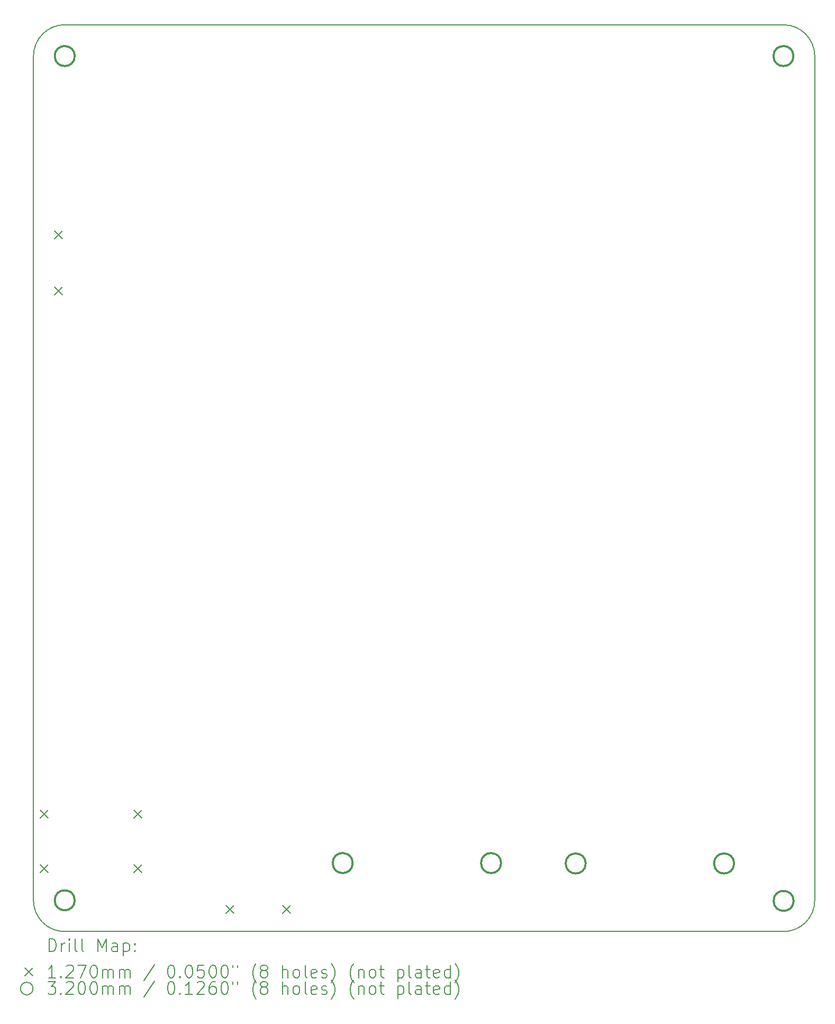
<source format=gbr>
%FSLAX45Y45*%
G04 Gerber Fmt 4.5, Leading zero omitted, Abs format (unit mm)*
G04 Created by KiCad (PCBNEW (6.0.1)) date 2022-02-17 13:59:49*
%MOMM*%
%LPD*%
G01*
G04 APERTURE LIST*
%TA.AperFunction,Profile*%
%ADD10C,0.150000*%
%TD*%
%ADD11C,0.200000*%
%ADD12C,0.127000*%
%ADD13C,0.320000*%
G04 APERTURE END LIST*
D10*
X11999500Y14508500D02*
X499500Y14508500D01*
X12499500Y508500D02*
X12499500Y14008500D01*
X12499500Y14008500D02*
G75*
G03*
X11999500Y14508500I-500000J0D01*
G01*
X-500Y508500D02*
G75*
G03*
X499500Y8500I499503J-497D01*
G01*
X499500Y14508500D02*
G75*
G03*
X-500Y14008500I-2J-499998D01*
G01*
X11999500Y8500D02*
X499500Y8500D01*
X-500Y508500D02*
X-500Y14008500D01*
X11999500Y8500D02*
G75*
G03*
X12499500Y508500I0J500000D01*
G01*
D11*
D12*
X109000Y1075000D02*
X236000Y948000D01*
X236000Y1075000D02*
X109000Y948000D01*
X109500Y1955000D02*
X236500Y1828000D01*
X236500Y1955000D02*
X109500Y1828000D01*
X335500Y11217000D02*
X462500Y11090000D01*
X462500Y11217000D02*
X335500Y11090000D01*
X335500Y10317000D02*
X462500Y10190000D01*
X462500Y10317000D02*
X335500Y10190000D01*
X1609000Y1075000D02*
X1736000Y948000D01*
X1736000Y1075000D02*
X1609000Y948000D01*
X1609500Y1955000D02*
X1736500Y1828000D01*
X1736500Y1955000D02*
X1609500Y1828000D01*
X3081500Y427000D02*
X3208500Y300000D01*
X3208500Y427000D02*
X3081500Y300000D01*
X3981500Y427000D02*
X4108500Y300000D01*
X4108500Y427000D02*
X3981500Y300000D01*
D13*
X659500Y14008500D02*
G75*
G03*
X659500Y14008500I-160000J0D01*
G01*
X659500Y508500D02*
G75*
G03*
X659500Y508500I-160000J0D01*
G01*
X5107000Y1104000D02*
G75*
G03*
X5107000Y1104000I-160000J0D01*
G01*
X7481000Y1104000D02*
G75*
G03*
X7481000Y1104000I-160000J0D01*
G01*
X8835000Y1097500D02*
G75*
G03*
X8835000Y1097500I-160000J0D01*
G01*
X11209000Y1097500D02*
G75*
G03*
X11209000Y1097500I-160000J0D01*
G01*
X12159500Y14008500D02*
G75*
G03*
X12159500Y14008500I-160000J0D01*
G01*
X12161500Y499000D02*
G75*
G03*
X12161500Y499000I-160000J0D01*
G01*
D11*
X249619Y-309476D02*
X249619Y-109476D01*
X297238Y-109476D01*
X325810Y-119000D01*
X344857Y-138048D01*
X354381Y-157095D01*
X363905Y-195191D01*
X363905Y-223762D01*
X354381Y-261857D01*
X344857Y-280905D01*
X325810Y-299953D01*
X297238Y-309476D01*
X249619Y-309476D01*
X449619Y-309476D02*
X449619Y-176143D01*
X449619Y-214238D02*
X459143Y-195191D01*
X468667Y-185667D01*
X487714Y-176143D01*
X506762Y-176143D01*
X573429Y-309476D02*
X573429Y-176143D01*
X573429Y-109476D02*
X563905Y-119000D01*
X573429Y-128524D01*
X582952Y-119000D01*
X573429Y-109476D01*
X573429Y-128524D01*
X697238Y-309476D02*
X678190Y-299953D01*
X668667Y-280905D01*
X668667Y-109476D01*
X802000Y-309476D02*
X782952Y-299953D01*
X773428Y-280905D01*
X773428Y-109476D01*
X1030571Y-309476D02*
X1030571Y-109476D01*
X1097238Y-252333D01*
X1163905Y-109476D01*
X1163905Y-309476D01*
X1344857Y-309476D02*
X1344857Y-204714D01*
X1335333Y-185667D01*
X1316286Y-176143D01*
X1278190Y-176143D01*
X1259143Y-185667D01*
X1344857Y-299953D02*
X1325810Y-309476D01*
X1278190Y-309476D01*
X1259143Y-299953D01*
X1249619Y-280905D01*
X1249619Y-261857D01*
X1259143Y-242810D01*
X1278190Y-233286D01*
X1325810Y-233286D01*
X1344857Y-223762D01*
X1440095Y-176143D02*
X1440095Y-376143D01*
X1440095Y-185667D02*
X1459143Y-176143D01*
X1497238Y-176143D01*
X1516286Y-185667D01*
X1525809Y-195191D01*
X1535333Y-214238D01*
X1535333Y-271381D01*
X1525809Y-290429D01*
X1516286Y-299953D01*
X1497238Y-309476D01*
X1459143Y-309476D01*
X1440095Y-299953D01*
X1621048Y-290429D02*
X1630571Y-299953D01*
X1621048Y-309476D01*
X1611524Y-299953D01*
X1621048Y-290429D01*
X1621048Y-309476D01*
X1621048Y-185667D02*
X1630571Y-195191D01*
X1621048Y-204714D01*
X1611524Y-195191D01*
X1621048Y-185667D01*
X1621048Y-204714D01*
D12*
X-135000Y-575500D02*
X-8000Y-702500D01*
X-8000Y-575500D02*
X-135000Y-702500D01*
D11*
X354381Y-729476D02*
X240095Y-729476D01*
X297238Y-729476D02*
X297238Y-529476D01*
X278190Y-558048D01*
X259143Y-577095D01*
X240095Y-586619D01*
X440095Y-710429D02*
X449619Y-719952D01*
X440095Y-729476D01*
X430571Y-719952D01*
X440095Y-710429D01*
X440095Y-729476D01*
X525810Y-548524D02*
X535333Y-539000D01*
X554381Y-529476D01*
X602000Y-529476D01*
X621048Y-539000D01*
X630571Y-548524D01*
X640095Y-567572D01*
X640095Y-586619D01*
X630571Y-615191D01*
X516286Y-729476D01*
X640095Y-729476D01*
X706762Y-529476D02*
X840095Y-529476D01*
X754381Y-729476D01*
X954381Y-529476D02*
X973428Y-529476D01*
X992476Y-539000D01*
X1002000Y-548524D01*
X1011524Y-567572D01*
X1021048Y-605667D01*
X1021048Y-653286D01*
X1011524Y-691381D01*
X1002000Y-710429D01*
X992476Y-719952D01*
X973428Y-729476D01*
X954381Y-729476D01*
X935333Y-719952D01*
X925809Y-710429D01*
X916286Y-691381D01*
X906762Y-653286D01*
X906762Y-605667D01*
X916286Y-567572D01*
X925809Y-548524D01*
X935333Y-539000D01*
X954381Y-529476D01*
X1106762Y-729476D02*
X1106762Y-596143D01*
X1106762Y-615191D02*
X1116286Y-605667D01*
X1135333Y-596143D01*
X1163905Y-596143D01*
X1182952Y-605667D01*
X1192476Y-624714D01*
X1192476Y-729476D01*
X1192476Y-624714D02*
X1202000Y-605667D01*
X1221048Y-596143D01*
X1249619Y-596143D01*
X1268667Y-605667D01*
X1278190Y-624714D01*
X1278190Y-729476D01*
X1373429Y-729476D02*
X1373429Y-596143D01*
X1373429Y-615191D02*
X1382952Y-605667D01*
X1402000Y-596143D01*
X1430571Y-596143D01*
X1449619Y-605667D01*
X1459143Y-624714D01*
X1459143Y-729476D01*
X1459143Y-624714D02*
X1468667Y-605667D01*
X1487714Y-596143D01*
X1516286Y-596143D01*
X1535333Y-605667D01*
X1544857Y-624714D01*
X1544857Y-729476D01*
X1935333Y-519952D02*
X1763905Y-777095D01*
X2192476Y-529476D02*
X2211524Y-529476D01*
X2230571Y-539000D01*
X2240095Y-548524D01*
X2249619Y-567572D01*
X2259143Y-605667D01*
X2259143Y-653286D01*
X2249619Y-691381D01*
X2240095Y-710429D01*
X2230571Y-719952D01*
X2211524Y-729476D01*
X2192476Y-729476D01*
X2173429Y-719952D01*
X2163905Y-710429D01*
X2154381Y-691381D01*
X2144857Y-653286D01*
X2144857Y-605667D01*
X2154381Y-567572D01*
X2163905Y-548524D01*
X2173429Y-539000D01*
X2192476Y-529476D01*
X2344857Y-710429D02*
X2354381Y-719952D01*
X2344857Y-729476D01*
X2335333Y-719952D01*
X2344857Y-710429D01*
X2344857Y-729476D01*
X2478190Y-529476D02*
X2497238Y-529476D01*
X2516286Y-539000D01*
X2525810Y-548524D01*
X2535333Y-567572D01*
X2544857Y-605667D01*
X2544857Y-653286D01*
X2535333Y-691381D01*
X2525810Y-710429D01*
X2516286Y-719952D01*
X2497238Y-729476D01*
X2478190Y-729476D01*
X2459143Y-719952D01*
X2449619Y-710429D01*
X2440095Y-691381D01*
X2430571Y-653286D01*
X2430571Y-605667D01*
X2440095Y-567572D01*
X2449619Y-548524D01*
X2459143Y-539000D01*
X2478190Y-529476D01*
X2725810Y-529476D02*
X2630571Y-529476D01*
X2621048Y-624714D01*
X2630571Y-615191D01*
X2649619Y-605667D01*
X2697238Y-605667D01*
X2716286Y-615191D01*
X2725810Y-624714D01*
X2735333Y-643762D01*
X2735333Y-691381D01*
X2725810Y-710429D01*
X2716286Y-719952D01*
X2697238Y-729476D01*
X2649619Y-729476D01*
X2630571Y-719952D01*
X2621048Y-710429D01*
X2859143Y-529476D02*
X2878190Y-529476D01*
X2897238Y-539000D01*
X2906762Y-548524D01*
X2916286Y-567572D01*
X2925809Y-605667D01*
X2925809Y-653286D01*
X2916286Y-691381D01*
X2906762Y-710429D01*
X2897238Y-719952D01*
X2878190Y-729476D01*
X2859143Y-729476D01*
X2840095Y-719952D01*
X2830571Y-710429D01*
X2821048Y-691381D01*
X2811524Y-653286D01*
X2811524Y-605667D01*
X2821048Y-567572D01*
X2830571Y-548524D01*
X2840095Y-539000D01*
X2859143Y-529476D01*
X3049619Y-529476D02*
X3068667Y-529476D01*
X3087714Y-539000D01*
X3097238Y-548524D01*
X3106762Y-567572D01*
X3116286Y-605667D01*
X3116286Y-653286D01*
X3106762Y-691381D01*
X3097238Y-710429D01*
X3087714Y-719952D01*
X3068667Y-729476D01*
X3049619Y-729476D01*
X3030571Y-719952D01*
X3021048Y-710429D01*
X3011524Y-691381D01*
X3002000Y-653286D01*
X3002000Y-605667D01*
X3011524Y-567572D01*
X3021048Y-548524D01*
X3030571Y-539000D01*
X3049619Y-529476D01*
X3192476Y-529476D02*
X3192476Y-567572D01*
X3268667Y-529476D02*
X3268667Y-567572D01*
X3563905Y-805667D02*
X3554381Y-796143D01*
X3535333Y-767572D01*
X3525809Y-748524D01*
X3516286Y-719952D01*
X3506762Y-672334D01*
X3506762Y-634238D01*
X3516286Y-586619D01*
X3525809Y-558048D01*
X3535333Y-539000D01*
X3554381Y-510429D01*
X3563905Y-500905D01*
X3668667Y-615191D02*
X3649619Y-605667D01*
X3640095Y-596143D01*
X3630571Y-577095D01*
X3630571Y-567572D01*
X3640095Y-548524D01*
X3649619Y-539000D01*
X3668667Y-529476D01*
X3706762Y-529476D01*
X3725809Y-539000D01*
X3735333Y-548524D01*
X3744857Y-567572D01*
X3744857Y-577095D01*
X3735333Y-596143D01*
X3725809Y-605667D01*
X3706762Y-615191D01*
X3668667Y-615191D01*
X3649619Y-624714D01*
X3640095Y-634238D01*
X3630571Y-653286D01*
X3630571Y-691381D01*
X3640095Y-710429D01*
X3649619Y-719952D01*
X3668667Y-729476D01*
X3706762Y-729476D01*
X3725809Y-719952D01*
X3735333Y-710429D01*
X3744857Y-691381D01*
X3744857Y-653286D01*
X3735333Y-634238D01*
X3725809Y-624714D01*
X3706762Y-615191D01*
X3982952Y-729476D02*
X3982952Y-529476D01*
X4068667Y-729476D02*
X4068667Y-624714D01*
X4059143Y-605667D01*
X4040095Y-596143D01*
X4011524Y-596143D01*
X3992476Y-605667D01*
X3982952Y-615191D01*
X4192476Y-729476D02*
X4173428Y-719952D01*
X4163905Y-710429D01*
X4154381Y-691381D01*
X4154381Y-634238D01*
X4163905Y-615191D01*
X4173428Y-605667D01*
X4192476Y-596143D01*
X4221048Y-596143D01*
X4240095Y-605667D01*
X4249619Y-615191D01*
X4259143Y-634238D01*
X4259143Y-691381D01*
X4249619Y-710429D01*
X4240095Y-719952D01*
X4221048Y-729476D01*
X4192476Y-729476D01*
X4373429Y-729476D02*
X4354381Y-719952D01*
X4344857Y-700905D01*
X4344857Y-529476D01*
X4525810Y-719952D02*
X4506762Y-729476D01*
X4468667Y-729476D01*
X4449619Y-719952D01*
X4440095Y-700905D01*
X4440095Y-624714D01*
X4449619Y-605667D01*
X4468667Y-596143D01*
X4506762Y-596143D01*
X4525810Y-605667D01*
X4535333Y-624714D01*
X4535333Y-643762D01*
X4440095Y-662810D01*
X4611524Y-719952D02*
X4630571Y-729476D01*
X4668667Y-729476D01*
X4687714Y-719952D01*
X4697238Y-700905D01*
X4697238Y-691381D01*
X4687714Y-672334D01*
X4668667Y-662810D01*
X4640095Y-662810D01*
X4621048Y-653286D01*
X4611524Y-634238D01*
X4611524Y-624714D01*
X4621048Y-605667D01*
X4640095Y-596143D01*
X4668667Y-596143D01*
X4687714Y-605667D01*
X4763905Y-805667D02*
X4773429Y-796143D01*
X4792476Y-767572D01*
X4802000Y-748524D01*
X4811524Y-719952D01*
X4821048Y-672334D01*
X4821048Y-634238D01*
X4811524Y-586619D01*
X4802000Y-558048D01*
X4792476Y-539000D01*
X4773429Y-510429D01*
X4763905Y-500905D01*
X5125810Y-805667D02*
X5116286Y-796143D01*
X5097238Y-767572D01*
X5087714Y-748524D01*
X5078190Y-719952D01*
X5068667Y-672334D01*
X5068667Y-634238D01*
X5078190Y-586619D01*
X5087714Y-558048D01*
X5097238Y-539000D01*
X5116286Y-510429D01*
X5125810Y-500905D01*
X5202000Y-596143D02*
X5202000Y-729476D01*
X5202000Y-615191D02*
X5211524Y-605667D01*
X5230571Y-596143D01*
X5259143Y-596143D01*
X5278190Y-605667D01*
X5287714Y-624714D01*
X5287714Y-729476D01*
X5411524Y-729476D02*
X5392476Y-719952D01*
X5382952Y-710429D01*
X5373429Y-691381D01*
X5373429Y-634238D01*
X5382952Y-615191D01*
X5392476Y-605667D01*
X5411524Y-596143D01*
X5440095Y-596143D01*
X5459143Y-605667D01*
X5468667Y-615191D01*
X5478190Y-634238D01*
X5478190Y-691381D01*
X5468667Y-710429D01*
X5459143Y-719952D01*
X5440095Y-729476D01*
X5411524Y-729476D01*
X5535333Y-596143D02*
X5611524Y-596143D01*
X5563905Y-529476D02*
X5563905Y-700905D01*
X5573429Y-719952D01*
X5592476Y-729476D01*
X5611524Y-729476D01*
X5830571Y-596143D02*
X5830571Y-796143D01*
X5830571Y-605667D02*
X5849619Y-596143D01*
X5887714Y-596143D01*
X5906762Y-605667D01*
X5916286Y-615191D01*
X5925809Y-634238D01*
X5925809Y-691381D01*
X5916286Y-710429D01*
X5906762Y-719952D01*
X5887714Y-729476D01*
X5849619Y-729476D01*
X5830571Y-719952D01*
X6040095Y-729476D02*
X6021048Y-719952D01*
X6011524Y-700905D01*
X6011524Y-529476D01*
X6202000Y-729476D02*
X6202000Y-624714D01*
X6192476Y-605667D01*
X6173428Y-596143D01*
X6135333Y-596143D01*
X6116286Y-605667D01*
X6202000Y-719952D02*
X6182952Y-729476D01*
X6135333Y-729476D01*
X6116286Y-719952D01*
X6106762Y-700905D01*
X6106762Y-681857D01*
X6116286Y-662810D01*
X6135333Y-653286D01*
X6182952Y-653286D01*
X6202000Y-643762D01*
X6268667Y-596143D02*
X6344857Y-596143D01*
X6297238Y-529476D02*
X6297238Y-700905D01*
X6306762Y-719952D01*
X6325809Y-729476D01*
X6344857Y-729476D01*
X6487714Y-719952D02*
X6468667Y-729476D01*
X6430571Y-729476D01*
X6411524Y-719952D01*
X6402000Y-700905D01*
X6402000Y-624714D01*
X6411524Y-605667D01*
X6430571Y-596143D01*
X6468667Y-596143D01*
X6487714Y-605667D01*
X6497238Y-624714D01*
X6497238Y-643762D01*
X6402000Y-662810D01*
X6668667Y-729476D02*
X6668667Y-529476D01*
X6668667Y-719952D02*
X6649619Y-729476D01*
X6611524Y-729476D01*
X6592476Y-719952D01*
X6582952Y-710429D01*
X6573428Y-691381D01*
X6573428Y-634238D01*
X6582952Y-615191D01*
X6592476Y-605667D01*
X6611524Y-596143D01*
X6649619Y-596143D01*
X6668667Y-605667D01*
X6744857Y-805667D02*
X6754381Y-796143D01*
X6773428Y-767572D01*
X6782952Y-748524D01*
X6792476Y-719952D01*
X6802000Y-672334D01*
X6802000Y-634238D01*
X6792476Y-586619D01*
X6782952Y-558048D01*
X6773428Y-539000D01*
X6754381Y-510429D01*
X6744857Y-500905D01*
X-8000Y-903000D02*
G75*
G03*
X-8000Y-903000I-100000J0D01*
G01*
X230571Y-793476D02*
X354381Y-793476D01*
X287714Y-869667D01*
X316286Y-869667D01*
X335333Y-879191D01*
X344857Y-888714D01*
X354381Y-907762D01*
X354381Y-955381D01*
X344857Y-974429D01*
X335333Y-983952D01*
X316286Y-993476D01*
X259143Y-993476D01*
X240095Y-983952D01*
X230571Y-974429D01*
X440095Y-974429D02*
X449619Y-983952D01*
X440095Y-993476D01*
X430571Y-983952D01*
X440095Y-974429D01*
X440095Y-993476D01*
X525810Y-812524D02*
X535333Y-803000D01*
X554381Y-793476D01*
X602000Y-793476D01*
X621048Y-803000D01*
X630571Y-812524D01*
X640095Y-831572D01*
X640095Y-850619D01*
X630571Y-879191D01*
X516286Y-993476D01*
X640095Y-993476D01*
X763905Y-793476D02*
X782952Y-793476D01*
X802000Y-803000D01*
X811524Y-812524D01*
X821048Y-831572D01*
X830571Y-869667D01*
X830571Y-917286D01*
X821048Y-955381D01*
X811524Y-974429D01*
X802000Y-983952D01*
X782952Y-993476D01*
X763905Y-993476D01*
X744857Y-983952D01*
X735333Y-974429D01*
X725809Y-955381D01*
X716286Y-917286D01*
X716286Y-869667D01*
X725809Y-831572D01*
X735333Y-812524D01*
X744857Y-803000D01*
X763905Y-793476D01*
X954381Y-793476D02*
X973428Y-793476D01*
X992476Y-803000D01*
X1002000Y-812524D01*
X1011524Y-831572D01*
X1021048Y-869667D01*
X1021048Y-917286D01*
X1011524Y-955381D01*
X1002000Y-974429D01*
X992476Y-983952D01*
X973428Y-993476D01*
X954381Y-993476D01*
X935333Y-983952D01*
X925809Y-974429D01*
X916286Y-955381D01*
X906762Y-917286D01*
X906762Y-869667D01*
X916286Y-831572D01*
X925809Y-812524D01*
X935333Y-803000D01*
X954381Y-793476D01*
X1106762Y-993476D02*
X1106762Y-860143D01*
X1106762Y-879191D02*
X1116286Y-869667D01*
X1135333Y-860143D01*
X1163905Y-860143D01*
X1182952Y-869667D01*
X1192476Y-888714D01*
X1192476Y-993476D01*
X1192476Y-888714D02*
X1202000Y-869667D01*
X1221048Y-860143D01*
X1249619Y-860143D01*
X1268667Y-869667D01*
X1278190Y-888714D01*
X1278190Y-993476D01*
X1373429Y-993476D02*
X1373429Y-860143D01*
X1373429Y-879191D02*
X1382952Y-869667D01*
X1402000Y-860143D01*
X1430571Y-860143D01*
X1449619Y-869667D01*
X1459143Y-888714D01*
X1459143Y-993476D01*
X1459143Y-888714D02*
X1468667Y-869667D01*
X1487714Y-860143D01*
X1516286Y-860143D01*
X1535333Y-869667D01*
X1544857Y-888714D01*
X1544857Y-993476D01*
X1935333Y-783952D02*
X1763905Y-1041095D01*
X2192476Y-793476D02*
X2211524Y-793476D01*
X2230571Y-803000D01*
X2240095Y-812524D01*
X2249619Y-831572D01*
X2259143Y-869667D01*
X2259143Y-917286D01*
X2249619Y-955381D01*
X2240095Y-974429D01*
X2230571Y-983952D01*
X2211524Y-993476D01*
X2192476Y-993476D01*
X2173429Y-983952D01*
X2163905Y-974429D01*
X2154381Y-955381D01*
X2144857Y-917286D01*
X2144857Y-869667D01*
X2154381Y-831572D01*
X2163905Y-812524D01*
X2173429Y-803000D01*
X2192476Y-793476D01*
X2344857Y-974429D02*
X2354381Y-983952D01*
X2344857Y-993476D01*
X2335333Y-983952D01*
X2344857Y-974429D01*
X2344857Y-993476D01*
X2544857Y-993476D02*
X2430571Y-993476D01*
X2487714Y-993476D02*
X2487714Y-793476D01*
X2468667Y-822048D01*
X2449619Y-841095D01*
X2430571Y-850619D01*
X2621048Y-812524D02*
X2630571Y-803000D01*
X2649619Y-793476D01*
X2697238Y-793476D01*
X2716286Y-803000D01*
X2725810Y-812524D01*
X2735333Y-831572D01*
X2735333Y-850619D01*
X2725810Y-879191D01*
X2611524Y-993476D01*
X2735333Y-993476D01*
X2906762Y-793476D02*
X2868667Y-793476D01*
X2849619Y-803000D01*
X2840095Y-812524D01*
X2821048Y-841095D01*
X2811524Y-879191D01*
X2811524Y-955381D01*
X2821048Y-974429D01*
X2830571Y-983952D01*
X2849619Y-993476D01*
X2887714Y-993476D01*
X2906762Y-983952D01*
X2916286Y-974429D01*
X2925809Y-955381D01*
X2925809Y-907762D01*
X2916286Y-888714D01*
X2906762Y-879191D01*
X2887714Y-869667D01*
X2849619Y-869667D01*
X2830571Y-879191D01*
X2821048Y-888714D01*
X2811524Y-907762D01*
X3049619Y-793476D02*
X3068667Y-793476D01*
X3087714Y-803000D01*
X3097238Y-812524D01*
X3106762Y-831572D01*
X3116286Y-869667D01*
X3116286Y-917286D01*
X3106762Y-955381D01*
X3097238Y-974429D01*
X3087714Y-983952D01*
X3068667Y-993476D01*
X3049619Y-993476D01*
X3030571Y-983952D01*
X3021048Y-974429D01*
X3011524Y-955381D01*
X3002000Y-917286D01*
X3002000Y-869667D01*
X3011524Y-831572D01*
X3021048Y-812524D01*
X3030571Y-803000D01*
X3049619Y-793476D01*
X3192476Y-793476D02*
X3192476Y-831572D01*
X3268667Y-793476D02*
X3268667Y-831572D01*
X3563905Y-1069667D02*
X3554381Y-1060143D01*
X3535333Y-1031572D01*
X3525809Y-1012524D01*
X3516286Y-983952D01*
X3506762Y-936333D01*
X3506762Y-898238D01*
X3516286Y-850619D01*
X3525809Y-822048D01*
X3535333Y-803000D01*
X3554381Y-774429D01*
X3563905Y-764905D01*
X3668667Y-879191D02*
X3649619Y-869667D01*
X3640095Y-860143D01*
X3630571Y-841095D01*
X3630571Y-831572D01*
X3640095Y-812524D01*
X3649619Y-803000D01*
X3668667Y-793476D01*
X3706762Y-793476D01*
X3725809Y-803000D01*
X3735333Y-812524D01*
X3744857Y-831572D01*
X3744857Y-841095D01*
X3735333Y-860143D01*
X3725809Y-869667D01*
X3706762Y-879191D01*
X3668667Y-879191D01*
X3649619Y-888714D01*
X3640095Y-898238D01*
X3630571Y-917286D01*
X3630571Y-955381D01*
X3640095Y-974429D01*
X3649619Y-983952D01*
X3668667Y-993476D01*
X3706762Y-993476D01*
X3725809Y-983952D01*
X3735333Y-974429D01*
X3744857Y-955381D01*
X3744857Y-917286D01*
X3735333Y-898238D01*
X3725809Y-888714D01*
X3706762Y-879191D01*
X3982952Y-993476D02*
X3982952Y-793476D01*
X4068667Y-993476D02*
X4068667Y-888714D01*
X4059143Y-869667D01*
X4040095Y-860143D01*
X4011524Y-860143D01*
X3992476Y-869667D01*
X3982952Y-879191D01*
X4192476Y-993476D02*
X4173428Y-983952D01*
X4163905Y-974429D01*
X4154381Y-955381D01*
X4154381Y-898238D01*
X4163905Y-879191D01*
X4173428Y-869667D01*
X4192476Y-860143D01*
X4221048Y-860143D01*
X4240095Y-869667D01*
X4249619Y-879191D01*
X4259143Y-898238D01*
X4259143Y-955381D01*
X4249619Y-974429D01*
X4240095Y-983952D01*
X4221048Y-993476D01*
X4192476Y-993476D01*
X4373429Y-993476D02*
X4354381Y-983952D01*
X4344857Y-964905D01*
X4344857Y-793476D01*
X4525810Y-983952D02*
X4506762Y-993476D01*
X4468667Y-993476D01*
X4449619Y-983952D01*
X4440095Y-964905D01*
X4440095Y-888714D01*
X4449619Y-869667D01*
X4468667Y-860143D01*
X4506762Y-860143D01*
X4525810Y-869667D01*
X4535333Y-888714D01*
X4535333Y-907762D01*
X4440095Y-926810D01*
X4611524Y-983952D02*
X4630571Y-993476D01*
X4668667Y-993476D01*
X4687714Y-983952D01*
X4697238Y-964905D01*
X4697238Y-955381D01*
X4687714Y-936333D01*
X4668667Y-926810D01*
X4640095Y-926810D01*
X4621048Y-917286D01*
X4611524Y-898238D01*
X4611524Y-888714D01*
X4621048Y-869667D01*
X4640095Y-860143D01*
X4668667Y-860143D01*
X4687714Y-869667D01*
X4763905Y-1069667D02*
X4773429Y-1060143D01*
X4792476Y-1031572D01*
X4802000Y-1012524D01*
X4811524Y-983952D01*
X4821048Y-936333D01*
X4821048Y-898238D01*
X4811524Y-850619D01*
X4802000Y-822048D01*
X4792476Y-803000D01*
X4773429Y-774429D01*
X4763905Y-764905D01*
X5125810Y-1069667D02*
X5116286Y-1060143D01*
X5097238Y-1031572D01*
X5087714Y-1012524D01*
X5078190Y-983952D01*
X5068667Y-936333D01*
X5068667Y-898238D01*
X5078190Y-850619D01*
X5087714Y-822048D01*
X5097238Y-803000D01*
X5116286Y-774429D01*
X5125810Y-764905D01*
X5202000Y-860143D02*
X5202000Y-993476D01*
X5202000Y-879191D02*
X5211524Y-869667D01*
X5230571Y-860143D01*
X5259143Y-860143D01*
X5278190Y-869667D01*
X5287714Y-888714D01*
X5287714Y-993476D01*
X5411524Y-993476D02*
X5392476Y-983952D01*
X5382952Y-974429D01*
X5373429Y-955381D01*
X5373429Y-898238D01*
X5382952Y-879191D01*
X5392476Y-869667D01*
X5411524Y-860143D01*
X5440095Y-860143D01*
X5459143Y-869667D01*
X5468667Y-879191D01*
X5478190Y-898238D01*
X5478190Y-955381D01*
X5468667Y-974429D01*
X5459143Y-983952D01*
X5440095Y-993476D01*
X5411524Y-993476D01*
X5535333Y-860143D02*
X5611524Y-860143D01*
X5563905Y-793476D02*
X5563905Y-964905D01*
X5573429Y-983952D01*
X5592476Y-993476D01*
X5611524Y-993476D01*
X5830571Y-860143D02*
X5830571Y-1060143D01*
X5830571Y-869667D02*
X5849619Y-860143D01*
X5887714Y-860143D01*
X5906762Y-869667D01*
X5916286Y-879191D01*
X5925809Y-898238D01*
X5925809Y-955381D01*
X5916286Y-974429D01*
X5906762Y-983952D01*
X5887714Y-993476D01*
X5849619Y-993476D01*
X5830571Y-983952D01*
X6040095Y-993476D02*
X6021048Y-983952D01*
X6011524Y-964905D01*
X6011524Y-793476D01*
X6202000Y-993476D02*
X6202000Y-888714D01*
X6192476Y-869667D01*
X6173428Y-860143D01*
X6135333Y-860143D01*
X6116286Y-869667D01*
X6202000Y-983952D02*
X6182952Y-993476D01*
X6135333Y-993476D01*
X6116286Y-983952D01*
X6106762Y-964905D01*
X6106762Y-945857D01*
X6116286Y-926810D01*
X6135333Y-917286D01*
X6182952Y-917286D01*
X6202000Y-907762D01*
X6268667Y-860143D02*
X6344857Y-860143D01*
X6297238Y-793476D02*
X6297238Y-964905D01*
X6306762Y-983952D01*
X6325809Y-993476D01*
X6344857Y-993476D01*
X6487714Y-983952D02*
X6468667Y-993476D01*
X6430571Y-993476D01*
X6411524Y-983952D01*
X6402000Y-964905D01*
X6402000Y-888714D01*
X6411524Y-869667D01*
X6430571Y-860143D01*
X6468667Y-860143D01*
X6487714Y-869667D01*
X6497238Y-888714D01*
X6497238Y-907762D01*
X6402000Y-926810D01*
X6668667Y-993476D02*
X6668667Y-793476D01*
X6668667Y-983952D02*
X6649619Y-993476D01*
X6611524Y-993476D01*
X6592476Y-983952D01*
X6582952Y-974429D01*
X6573428Y-955381D01*
X6573428Y-898238D01*
X6582952Y-879191D01*
X6592476Y-869667D01*
X6611524Y-860143D01*
X6649619Y-860143D01*
X6668667Y-869667D01*
X6744857Y-1069667D02*
X6754381Y-1060143D01*
X6773428Y-1031572D01*
X6782952Y-1012524D01*
X6792476Y-983952D01*
X6802000Y-936333D01*
X6802000Y-898238D01*
X6792476Y-850619D01*
X6782952Y-822048D01*
X6773428Y-803000D01*
X6754381Y-774429D01*
X6744857Y-764905D01*
M02*

</source>
